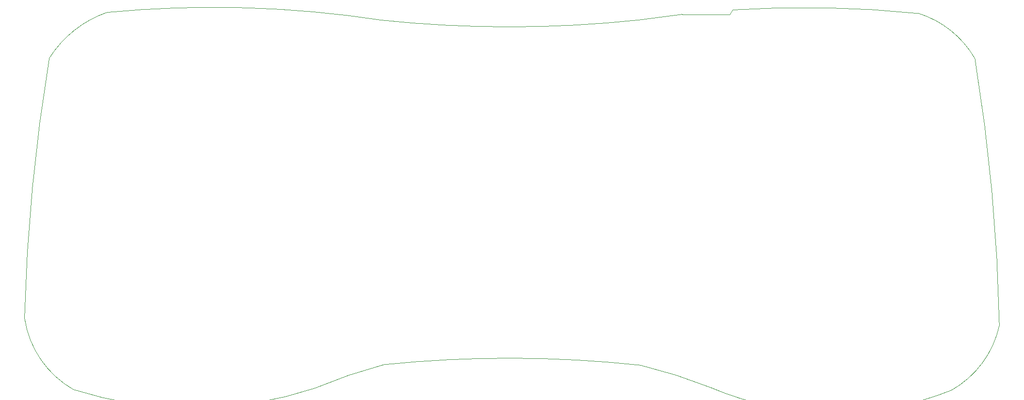
<source format=gbr>
G04 #@! TF.GenerationSoftware,KiCad,Pcbnew,6.0.0-rc1-unknown-ee465fb~66~ubuntu18.04.1*
G04 #@! TF.CreationDate,2018-09-27T12:58:04+03:00*
G04 #@! TF.ProjectId,eduBoard_Rev_A,656475426F6172645F5265765F412E6B,rev?*
G04 #@! TF.SameCoordinates,Original*
G04 #@! TF.FileFunction,Profile,NP*
%FSLAX46Y46*%
G04 Gerber Fmt 4.6, Leading zero omitted, Abs format (unit mm)*
G04 Created by KiCad (PCBNEW 6.0.0-rc1-unknown-ee465fb~66~ubuntu18.04.1) date Thu Sep 27 12:58:04 2018*
%MOMM*%
%LPD*%
G01*
G04 APERTURE LIST*
%ADD10C,0.050000*%
G04 APERTURE END LIST*
D10*
X167500000Y-19000000D02*
X168000000Y-18200000D01*
X159200000Y-19000000D02*
X167500000Y-19000000D01*
X168001629Y-18225246D02*
G75*
G02X200535343Y-18856779I12508866J-193910464D01*
G01*
X58720153Y-18661587D02*
G75*
G02X106750772Y-20027289I18535869J-193390265D01*
G01*
X48663943Y-26660424D02*
G75*
G02X58719789Y-18664104I16450482J-10366384D01*
G01*
X44332617Y-72079873D02*
G75*
G02X48663943Y-26660424I329814964J-8535834D01*
G01*
X52882524Y-84607614D02*
G75*
G02X44332617Y-72079873I8538732J15008929D01*
G01*
X94973408Y-84384299D02*
G75*
G02X52882524Y-84607613I-21388154J64483705D01*
G01*
X107108051Y-80241060D02*
G75*
G03X94973408Y-84384299I23216642J-87837955D01*
G01*
X151891274Y-80348173D02*
G75*
G02X164095466Y-84230698I-21047557J-87282525D01*
G01*
X107108051Y-80241060D02*
G75*
G02X151891274Y-80348173I21883223J-212607112D01*
G01*
X214566644Y-73377739D02*
G75*
G02X206166290Y-84737663I-16831663J3660678D01*
G01*
X206166290Y-84737663D02*
G75*
G02X164095466Y-84230698I-20420519J51280837D01*
G01*
X210295501Y-26726287D02*
G75*
G02X214566644Y-73377739I-324707096J-53249593D01*
G01*
X200535343Y-18856779D02*
G75*
G02X210295501Y-26726287I-5330347J-16598237D01*
G01*
X151500846Y-20005598D02*
G75*
G02X159200000Y-19000000I29009649J-192130112D01*
G01*
X151490000Y-20000000D02*
G75*
G02X106750772Y-20027289I-22499228J212482711D01*
G01*
M02*

</source>
